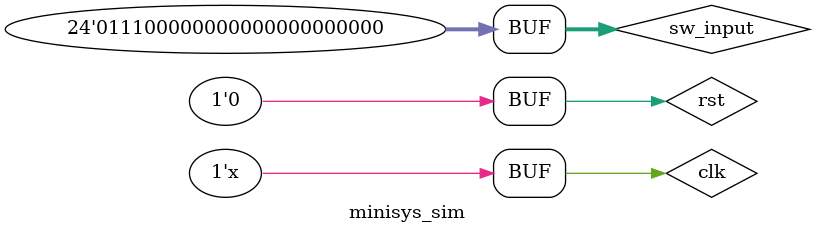
<source format=v>
`timescale 1ns / 1ps

module minisys_sim(
);

    reg clk = 0;
    reg rst = 1;
    wire[23:0] led_out;
    reg[23:0] sw_input = 24'h000000;
    
    minisys_sc u(clk, rst, led_out, sw_input);
    initial begin
        #700 rst = 0;
        #900 sw_input = 24'h100055;
        #900 sw_input = 24'h200055;
        #900 sw_input = 24'h300000;
        #900 sw_input = 24'h500000;
        #900 sw_input = 24'h600000;
        #900 sw_input = 24'h700000;
    end
    always #1 clk=~clk;
        
endmodule

</source>
